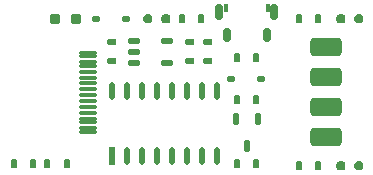
<source format=gtp>
G04*
G04 #@! TF.GenerationSoftware,Altium Limited,Altium Designer,22.3.1 (43)*
G04*
G04 Layer_Color=8421504*
%FSLAX25Y25*%
%MOIN*%
G70*
G04*
G04 #@! TF.SameCoordinates,053DD5C4-2321-4C6E-A5A1-E9A81C9A727C*
G04*
G04*
G04 #@! TF.FilePolarity,Positive*
G04*
G01*
G75*
%ADD21R,0.01968X0.05906*%
%ADD22O,0.01968X0.05906*%
G04:AMPARAMS|DCode=23|XSize=17.72mil|YSize=39.37mil|CornerRadius=4.43mil|HoleSize=0mil|Usage=FLASHONLY|Rotation=90.000|XOffset=0mil|YOffset=0mil|HoleType=Round|Shape=RoundedRectangle|*
%AMROUNDEDRECTD23*
21,1,0.01772,0.03051,0,0,90.0*
21,1,0.00886,0.03937,0,0,90.0*
1,1,0.00886,0.01526,0.00443*
1,1,0.00886,0.01526,-0.00443*
1,1,0.00886,-0.01526,-0.00443*
1,1,0.00886,-0.01526,0.00443*
%
%ADD23ROUNDEDRECTD23*%
G04:AMPARAMS|DCode=24|XSize=35mil|YSize=35mil|CornerRadius=8.75mil|HoleSize=0mil|Usage=FLASHONLY|Rotation=180.000|XOffset=0mil|YOffset=0mil|HoleType=Round|Shape=RoundedRectangle|*
%AMROUNDEDRECTD24*
21,1,0.03500,0.01750,0,0,180.0*
21,1,0.01750,0.03500,0,0,180.0*
1,1,0.01750,-0.00875,0.00875*
1,1,0.01750,0.00875,0.00875*
1,1,0.01750,0.00875,-0.00875*
1,1,0.01750,-0.00875,-0.00875*
%
%ADD24ROUNDEDRECTD24*%
G04:AMPARAMS|DCode=25|XSize=30mil|YSize=22mil|CornerRadius=5.5mil|HoleSize=0mil|Usage=FLASHONLY|Rotation=90.000|XOffset=0mil|YOffset=0mil|HoleType=Round|Shape=RoundedRectangle|*
%AMROUNDEDRECTD25*
21,1,0.03000,0.01100,0,0,90.0*
21,1,0.01900,0.02200,0,0,90.0*
1,1,0.01100,0.00550,0.00950*
1,1,0.01100,0.00550,-0.00950*
1,1,0.01100,-0.00550,-0.00950*
1,1,0.01100,-0.00550,0.00950*
%
%ADD25ROUNDEDRECTD25*%
G04:AMPARAMS|DCode=26|XSize=25.59mil|YSize=51.18mil|CornerRadius=6.4mil|HoleSize=0mil|Usage=FLASHONLY|Rotation=180.000|XOffset=0mil|YOffset=0mil|HoleType=Round|Shape=RoundedRectangle|*
%AMROUNDEDRECTD26*
21,1,0.02559,0.03839,0,0,180.0*
21,1,0.01280,0.05118,0,0,180.0*
1,1,0.01280,-0.00640,0.01919*
1,1,0.01280,0.00640,0.01919*
1,1,0.01280,0.00640,-0.01919*
1,1,0.01280,-0.00640,-0.01919*
%
%ADD26ROUNDEDRECTD26*%
G04:AMPARAMS|DCode=27|XSize=15.75mil|YSize=25.59mil|CornerRadius=3.94mil|HoleSize=0mil|Usage=FLASHONLY|Rotation=180.000|XOffset=0mil|YOffset=0mil|HoleType=Round|Shape=RoundedRectangle|*
%AMROUNDEDRECTD27*
21,1,0.01575,0.01772,0,0,180.0*
21,1,0.00787,0.02559,0,0,180.0*
1,1,0.00787,-0.00394,0.00886*
1,1,0.00787,0.00394,0.00886*
1,1,0.00787,0.00394,-0.00886*
1,1,0.00787,-0.00394,-0.00886*
%
%ADD27ROUNDEDRECTD27*%
G04:AMPARAMS|DCode=28|XSize=23.62mil|YSize=47.24mil|CornerRadius=5.91mil|HoleSize=0mil|Usage=FLASHONLY|Rotation=180.000|XOffset=0mil|YOffset=0mil|HoleType=Round|Shape=RoundedRectangle|*
%AMROUNDEDRECTD28*
21,1,0.02362,0.03543,0,0,180.0*
21,1,0.01181,0.04724,0,0,180.0*
1,1,0.01181,-0.00591,0.01772*
1,1,0.01181,0.00591,0.01772*
1,1,0.01181,0.00591,-0.01772*
1,1,0.01181,-0.00591,-0.01772*
%
%ADD28ROUNDEDRECTD28*%
G04:AMPARAMS|DCode=29|XSize=19.68mil|YSize=23.62mil|CornerRadius=4.92mil|HoleSize=0mil|Usage=FLASHONLY|Rotation=90.000|XOffset=0mil|YOffset=0mil|HoleType=Round|Shape=RoundedRectangle|*
%AMROUNDEDRECTD29*
21,1,0.01968,0.01378,0,0,90.0*
21,1,0.00984,0.02362,0,0,90.0*
1,1,0.00984,0.00689,0.00492*
1,1,0.00984,0.00689,-0.00492*
1,1,0.00984,-0.00689,-0.00492*
1,1,0.00984,-0.00689,0.00492*
%
%ADD29ROUNDEDRECTD29*%
G04:AMPARAMS|DCode=30|XSize=30mil|YSize=22mil|CornerRadius=5.5mil|HoleSize=0mil|Usage=FLASHONLY|Rotation=180.000|XOffset=0mil|YOffset=0mil|HoleType=Round|Shape=RoundedRectangle|*
%AMROUNDEDRECTD30*
21,1,0.03000,0.01100,0,0,180.0*
21,1,0.01900,0.02200,0,0,180.0*
1,1,0.01100,-0.00950,0.00550*
1,1,0.01100,0.00950,0.00550*
1,1,0.01100,0.00950,-0.00550*
1,1,0.01100,-0.00950,-0.00550*
%
%ADD30ROUNDEDRECTD30*%
G04:AMPARAMS|DCode=31|XSize=62.99mil|YSize=106.3mil|CornerRadius=15.75mil|HoleSize=0mil|Usage=FLASHONLY|Rotation=270.000|XOffset=0mil|YOffset=0mil|HoleType=Round|Shape=RoundedRectangle|*
%AMROUNDEDRECTD31*
21,1,0.06299,0.07480,0,0,270.0*
21,1,0.03150,0.10630,0,0,270.0*
1,1,0.03150,-0.03740,-0.01575*
1,1,0.03150,-0.03740,0.01575*
1,1,0.03150,0.03740,0.01575*
1,1,0.03150,0.03740,-0.01575*
%
%ADD31ROUNDEDRECTD31*%
G04:AMPARAMS|DCode=32|XSize=17.72mil|YSize=39.37mil|CornerRadius=4.43mil|HoleSize=0mil|Usage=FLASHONLY|Rotation=0.000|XOffset=0mil|YOffset=0mil|HoleType=Round|Shape=RoundedRectangle|*
%AMROUNDEDRECTD32*
21,1,0.01772,0.03051,0,0,0.0*
21,1,0.00886,0.03937,0,0,0.0*
1,1,0.00886,0.00443,-0.01526*
1,1,0.00886,-0.00443,-0.01526*
1,1,0.00886,-0.00443,0.01526*
1,1,0.00886,0.00443,0.01526*
%
%ADD32ROUNDEDRECTD32*%
G04:AMPARAMS|DCode=33|XSize=59.06mil|YSize=11.81mil|CornerRadius=2.95mil|HoleSize=0mil|Usage=FLASHONLY|Rotation=0.000|XOffset=0mil|YOffset=0mil|HoleType=Round|Shape=RoundedRectangle|*
%AMROUNDEDRECTD33*
21,1,0.05906,0.00591,0,0,0.0*
21,1,0.05315,0.01181,0,0,0.0*
1,1,0.00591,0.02657,-0.00295*
1,1,0.00591,-0.02657,-0.00295*
1,1,0.00591,-0.02657,0.00295*
1,1,0.00591,0.02657,0.00295*
%
%ADD33ROUNDEDRECTD33*%
%ADD34P,0.03247X8X22.5*%
G04:AMPARAMS|DCode=35|XSize=30mil|YSize=30mil|CornerRadius=7.5mil|HoleSize=0mil|Usage=FLASHONLY|Rotation=0.000|XOffset=0mil|YOffset=0mil|HoleType=Round|Shape=RoundedRectangle|*
%AMROUNDEDRECTD35*
21,1,0.03000,0.01500,0,0,0.0*
21,1,0.01500,0.03000,0,0,0.0*
1,1,0.01500,0.00750,-0.00750*
1,1,0.01500,-0.00750,-0.00750*
1,1,0.01500,-0.00750,0.00750*
1,1,0.01500,0.00750,0.00750*
%
%ADD35ROUNDEDRECTD35*%
D21*
X38500Y8665D02*
D03*
D22*
X43500D02*
D03*
X48500D02*
D03*
X53500D02*
D03*
X58500D02*
D03*
X63500D02*
D03*
X68500D02*
D03*
X73500D02*
D03*
X38500Y30335D02*
D03*
X43500D02*
D03*
X48500D02*
D03*
X53500D02*
D03*
X58500D02*
D03*
X63500D02*
D03*
X68500D02*
D03*
X73500D02*
D03*
D23*
X57012Y39760D02*
D03*
Y47240D02*
D03*
X45988Y43500D02*
D03*
Y47240D02*
D03*
Y39760D02*
D03*
D24*
X26500Y54500D02*
D03*
X19500D02*
D03*
D25*
X5800Y6000D02*
D03*
X12200D02*
D03*
X23417D02*
D03*
X17017D02*
D03*
X61800Y54500D02*
D03*
X68200D02*
D03*
X107200Y5500D02*
D03*
X100800D02*
D03*
X107200Y54500D02*
D03*
X100800D02*
D03*
X86700Y6000D02*
D03*
X80300D02*
D03*
X86700Y41500D02*
D03*
X80300D02*
D03*
X86700Y27500D02*
D03*
X80300D02*
D03*
D26*
X74347Y56699D02*
D03*
X92654D02*
D03*
D27*
X76413Y57978D02*
D03*
X90587D02*
D03*
D28*
X76807Y49022D02*
D03*
X90193D02*
D03*
D29*
X33200Y54500D02*
D03*
X43100D02*
D03*
X78400Y34500D02*
D03*
X88300D02*
D03*
D30*
X38500Y40300D02*
D03*
Y46700D02*
D03*
X64500Y40300D02*
D03*
Y46700D02*
D03*
X70500Y40300D02*
D03*
Y46700D02*
D03*
D31*
X110000Y45000D02*
D03*
Y35000D02*
D03*
Y25000D02*
D03*
Y15000D02*
D03*
D32*
X87240Y21000D02*
D03*
X79760D02*
D03*
X83500Y12071D02*
D03*
D33*
X30421Y16811D02*
D03*
Y17992D02*
D03*
Y19961D02*
D03*
Y21142D02*
D03*
Y23110D02*
D03*
Y25079D02*
D03*
Y27047D02*
D03*
Y29016D02*
D03*
Y30984D02*
D03*
Y32953D02*
D03*
Y34921D02*
D03*
Y36890D02*
D03*
Y38858D02*
D03*
Y40039D02*
D03*
Y42008D02*
D03*
Y43189D02*
D03*
D34*
X121059Y54500D02*
D03*
X50441Y54500D02*
D03*
X121059Y5500D02*
D03*
D35*
X114941Y54500D02*
D03*
X56559Y54500D02*
D03*
X114941Y5500D02*
D03*
M02*

</source>
